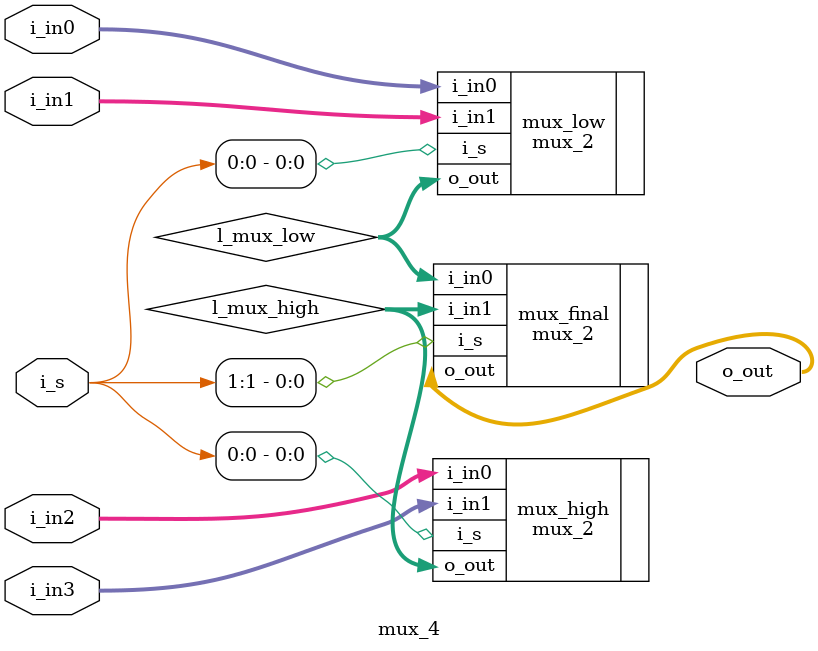
<source format=sv>
module mux_4 #(parameter N=64) ( 
    input  logic [N-1:0] i_in0,
                         i_in1,
                         i_in2,
                         i_in3,
    input  logic [1:0]   i_s,
    output logic [N-1:0] o_out 
);
    logic [N-1:0] l_mux_low, l_mux_high;
    
    // Erste Stufe: wählt zwischen in0/in1 und in2/in3
    mux_2 #(N) mux_low (
        .i_in0(i_in0),
        .i_in1(i_in1),
        .i_s  (i_s[0]),
        .o_out(l_mux_low)
    );
    
    mux_2 #(N) mux_high (
        .i_in0(i_in2),
        .i_in1(i_in3),
        .i_s  (i_s[0]),
        .o_out(l_mux_high)
    );
    
    // Zweite Stufe: wählt zwischen den Ergebnissen
    mux_2 #(N) mux_final (
        .i_in0(l_mux_low),
        .i_in1(l_mux_high),
        .i_s  (i_s[1]),
        .o_out(o_out)
    );
endmodule
</source>
